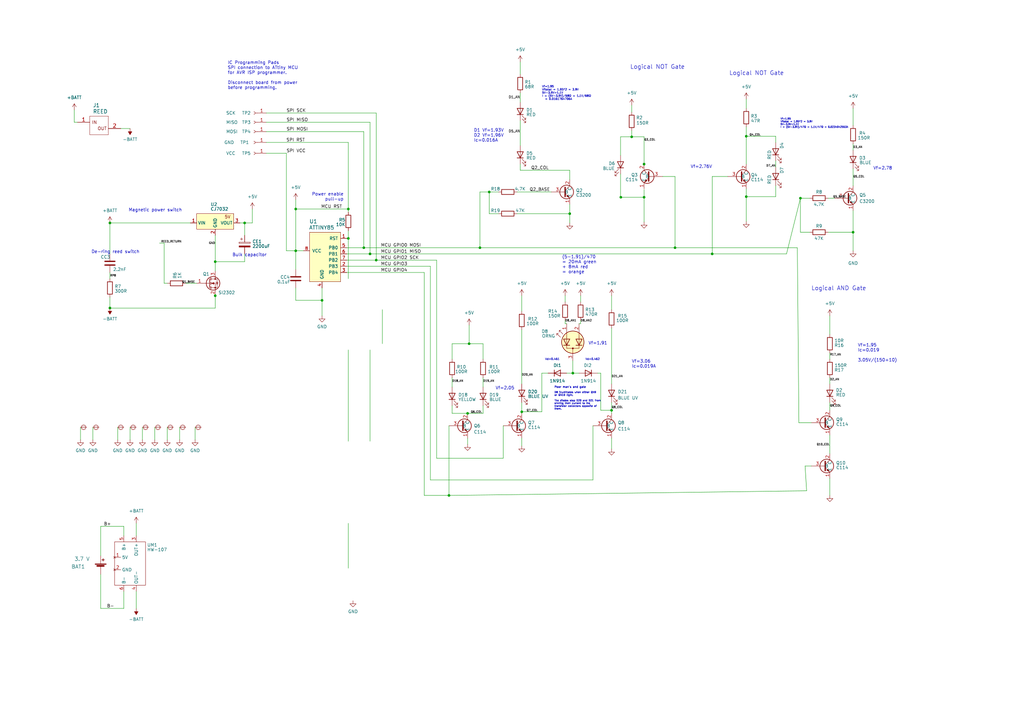
<source format=kicad_sch>
(kicad_sch (version 20211123) (generator eeschema)
  (paper "A3")
  (lib_symbols
    (symbol "CJ7032_1"
      (property "Reference" "U2" (at -7.62 5.08 0))
      (property "Value" "CJ7032" (at 2.54 -3.81 0))
      (symbol "CJ7032_1_0_0"
        (text "5V" (at 5.08 2.54 0) (effects (font (size 1.27 1.27))))
      )
      (symbol "CJ7032_1_0_1"
        (rectangle (start -7.62 3.81) (end 7.62 -2.54) (fill (type background)))
      )
      (symbol "CJ7032_1_1_1"
        (pin power_in line (at -10.16 0 0) (length 2.54) (name "VIN") (number "1"))
        (pin output line (at 0 -5.08 90) (length 2.54) (name "GND") (number "2"))
        (pin power_out line (at 10.16 0 180) (length 2.54) (name "VOUT") (number "3"))
      )
    )
    (symbol "Connector:Conn_01x01_Female" (pin_names (offset 1.016) hide)
      (property "Reference" "J" (at 0 2.54 0))
      (property "Value" "Conn_01x01_Female" (at 0 -2.54 0))
      (symbol "Conn_01x01_Female_1_1"
        (polyline (pts (xy -1.27 0) (xy -0.508 0)) (stroke (width 0.1524)))
        (arc (start 0 0.508) (mid -0.508 0) (end 0 -0.508) (stroke (width 0.1524)))
        (pin passive line (at -5.08 0 0) (length 3.81) (name "Pin_1") (number "1"))
      )
    )
    (symbol "Device:Battery_Cell" (pin_numbers hide) (pin_names (offset 0) hide)
      (property "Reference" "BT" (at 2.54 2.54 0))
      (property "Value" "Battery_Cell" (at 2.54 0 0))
      (symbol "Battery_Cell_0_1"
        (rectangle (start -2.286 1.778) (end 2.286 1.524) (fill (type outline)))
        (rectangle (start -1.5748 1.1938) (end 1.4732 0.6858) (fill (type outline)))
        (polyline (pts (xy 0 0.762) (xy 0 0)))
        (polyline (pts (xy 0 1.778) (xy 0 2.54)))
        (polyline (pts (xy 0.508 3.429) (xy 1.524 3.429)) (stroke (width 0.254)))
        (polyline (pts (xy 1.016 3.937) (xy 1.016 2.921)) (stroke (width 0.254)))
      )
      (symbol "Battery_Cell_1_1"
        (pin passive line (at 0 5.08 270) (length 2.54) (name "+") (number "1"))
        (pin passive line (at 0 -2.54 90) (length 2.54) (name "-") (number "2"))
      )
    )
    (symbol "Device:C" (pin_numbers hide) (pin_names (offset 0.254))
      (property "Reference" "C" (at 0.635 2.54 0))
      (property "Value" "C" (at 0.635 -2.54 0))
      (symbol "C_0_1"
        (polyline (pts (xy -2.032 -0.762) (xy 2.032 -0.762)) (stroke (width 0.508)))
        (polyline (pts (xy -2.032 0.762) (xy 2.032 0.762)) (stroke (width 0.508)))
      )
      (symbol "C_1_1"
        (pin passive line (at 0 3.81 270) (length 2.794) (name "~") (number "1"))
        (pin passive line (at 0 -3.81 90) (length 2.794) (name "~") (number "2"))
      )
    )
    (symbol "Device:C_Polarized" (pin_numbers hide) (pin_names (offset 0.254))
      (property "Reference" "C" (at 0.635 2.54 0))
      (property "Value" "C_Polarized" (at 0.635 -2.54 0))
      (symbol "C_Polarized_0_1"
        (rectangle (start -2.286 0.508) (end 2.286 1.016))
        (polyline (pts (xy -1.778 2.286) (xy -0.762 2.286)))
        (polyline (pts (xy -1.27 2.794) (xy -1.27 1.778)))
        (rectangle (start 2.286 -0.508) (end -2.286 -1.016) (fill (type outline)))
      )
      (symbol "C_Polarized_1_1"
        (pin passive line (at 0 3.81 270) (length 2.794) (name "~") (number "1"))
        (pin passive line (at 0 -3.81 90) (length 2.794) (name "~") (number "2"))
      )
    )
    (symbol "Device:LED" (pin_numbers hide) (pin_names (offset 1.016) hide)
      (property "Reference" "D" (at 0 2.54 0))
      (property "Value" "LED" (at 0 -2.54 0))
      (symbol "LED_0_1"
        (polyline (pts (xy -1.27 -1.27) (xy -1.27 1.27)) (stroke (width 0.254)))
        (polyline (pts (xy -1.27 0) (xy 1.27 0)))
        (polyline (pts (xy 1.27 -1.27) (xy 1.27 1.27) (xy -1.27 0) (xy 1.27 -1.27)) (stroke (width 0.254)))
        (polyline (pts (xy -3.048 -0.762) (xy -4.572 -2.286) (xy -3.81 -2.286) (xy -4.572 -2.286) (xy -4.572 -1.524)))
        (polyline (pts (xy -1.778 -0.762) (xy -3.302 -2.286) (xy -2.54 -2.286) (xy -3.302 -2.286) (xy -3.302 -1.524)))
      )
      (symbol "LED_1_1"
        (pin passive line (at -3.81 0 0) (length 2.54) (name "K") (number "1"))
        (pin passive line (at 3.81 0 180) (length 2.54) (name "A") (number "2"))
      )
    )
    (symbol "Device:LED_Dual_AAK" (pin_names (offset 0) hide)
      (property "Reference" "D" (at 0 5.715 0))
      (property "Value" "LED_Dual_AAK" (at 0 -6.35 0))
      (symbol "LED_Dual_AAK_0_1"
        (circle (center -2.54 0) (radius 0.2794) (fill (type outline)))
        (polyline (pts (xy -4.572 0) (xy -2.54 0)))
        (polyline (pts (xy -1.27 -1.27) (xy -1.27 -3.81)) (stroke (width 0.254)))
        (polyline (pts (xy -1.27 1.27) (xy -1.27 3.81)) (stroke (width 0.254)))
        (polyline (pts (xy 3.81 -2.54) (xy 1.905 -2.54)))
        (polyline (pts (xy 3.81 2.54) (xy 1.905 2.54)))
        (polyline (pts (xy 1.27 -3.81) (xy 1.27 -1.27) (xy -1.27 -2.54) (xy 1.27 -3.81)) (stroke (width 0.254)))
        (polyline (pts (xy 1.27 1.27) (xy 1.27 3.81) (xy -1.27 2.54) (xy 1.27 1.27)) (stroke (width 0.254)))
        (polyline (pts (xy 2.032 2.54) (xy -2.54 2.54) (xy -2.54 -2.54) (xy 2.032 -2.54)))
        (polyline (pts (xy 2.032 5.08) (xy 3.556 6.604) (xy 2.794 6.604) (xy 3.556 6.604) (xy 3.556 5.842)))
        (polyline (pts (xy 3.302 4.064) (xy 4.826 5.588) (xy 4.064 5.588) (xy 4.826 5.588) (xy 4.826 4.826)))
        (circle (center 0 0) (radius 4.572) (stroke (width 0.254)) (fill (type background)))
      )
      (symbol "LED_Dual_AAK_1_1"
        (pin input line (at 7.62 2.54 180) (length 3.81) (name "A1") (number "1"))
        (pin input line (at 7.62 -2.54 180) (length 3.81) (name "A2") (number "2"))
        (pin input line (at -7.62 0 0) (length 3.048) (name "K") (number "3"))
      )
    )
    (symbol "Device:R" (pin_numbers hide) (pin_names (offset 0))
      (property "Reference" "R" (at 2.032 0 90))
      (property "Value" "R" (at 0 0 90))
      (symbol "R_0_1"
        (rectangle (start -1.016 -2.54) (end 1.016 2.54) (stroke (width 0.254)))
      )
      (symbol "R_1_1"
        (pin passive line (at 0 3.81 270) (length 1.27) (name "~") (number "1"))
        (pin passive line (at 0 -3.81 90) (length 1.27) (name "~") (number "2"))
      )
    )
    (symbol "Diode:1N914" (pin_numbers hide) (pin_names (offset 1.016) hide)
      (property "Reference" "D" (at 0 2.54 0))
      (property "Value" "1N914" (at 0 -2.54 0))
      (symbol "1N914_0_1"
        (polyline (pts (xy -1.27 1.27) (xy -1.27 -1.27)) (stroke (width 0.254)))
        (polyline (pts (xy 1.27 0) (xy -1.27 0)))
        (polyline (pts (xy 1.27 1.27) (xy 1.27 -1.27) (xy -1.27 0) (xy 1.27 1.27)) (stroke (width 0.254)))
      )
      (symbol "1N914_1_1"
        (pin passive line (at -3.81 0 0) (length 2.54) (name "K") (number "1"))
        (pin passive line (at 3.81 0 180) (length 2.54) (name "A") (number "2"))
      )
    )
    (symbol "Fairybox:2SC3199"
      (property "Reference" "Q" (at -2.54 3.81 0))
      (property "Value" "2SC3199" (at 6.35 -3.81 0))
      (symbol "2SC3199_0_1"
        (polyline (pts (xy -1.27 0) (xy -0.635 0)))
        (polyline (pts (xy -0.635 0.635) (xy 1.27 2.54)))
        (polyline (pts (xy -0.635 -0.635) (xy 1.27 -2.54) (xy 1.27 -2.54)))
        (polyline (pts (xy -0.635 1.905) (xy -0.635 -1.905) (xy -0.635 -1.905)) (stroke (width 0.508)))
        (polyline (pts (xy 0 -1.778) (xy 0.508 -1.27) (xy 1.016 -2.286) (xy 0 -1.778) (xy 0 -1.778)) (fill (type outline)))
        (circle (center 0 0) (radius 2.8194) (stroke (width 0.254)))
      )
      (symbol "2SC3199_1_1"
        (pin passive line (at 1.27 -5.08 90) (length 2.54) (name "E") (number "1"))
        (pin passive line (at 1.27 5.08 270) (length 2.54) (name "C") (number "2"))
        (pin input line (at -6.35 0 0) (length 5.08) (name "B") (number "3"))
      )
    )
    (symbol "Fairybox:HW-107"
      (property "Reference" "U335" (at -7.62 10.16 0))
      (property "Value" "HW-107" (at 5.08 -10.16 0))
      (symbol "HW-107_0_1"
        (rectangle (start -6.35 8.89) (end 6.35 -8.89))
      )
      (symbol "HW-107_1_1"
        (pin no_connect line (at -6.35 2.54 0) (length 2.54) (name "5V") (number "1"))
        (pin no_connect line (at -6.35 -2.54 0) (length 2.54) (name "GND") (number "2"))
        (pin power_out line (at 2.54 11.43 270) (length 2.54) (name "OUT+") (number "3"))
        (pin power_out line (at 2.54 -11.43 90) (length 2.54) (name "OUT-") (number "4"))
        (pin power_in line (at -2.54 11.43 270) (length 2.54) (name "B+") (number "5"))
        (pin power_in line (at -2.54 -11.43 90) (length 2.54) (name "B-") (number "6"))
      )
    )
    (symbol "KF128-2P_1" (pin_names (offset 0.254) hide)
      (property "Reference" "J1" (at -10.16 5.715 0))
      (property "Value" "REED" (at -6.35 5.715 0))
      (symbol "KF128-2P_1_0_0"
        (text "IN" (at -1.905 1.905 0) (effects (font (size 1.27 1.27))))
        (text "OUT" (at 1.27 -0.635 0) (effects (font (size 1.27 1.27))))
      )
      (symbol "KF128-2P_1_1_1"
        (polyline (pts (xy -3.81 -3.175) (xy 3.81 -3.175)) (stroke (width 0.127)))
        (polyline (pts (xy -3.81 4.445) (xy -3.81 -3.175)) (stroke (width 0.127)))
        (polyline (pts (xy 3.81 -3.175) (xy 3.81 4.445)) (stroke (width 0.127)))
        (polyline (pts (xy 3.81 4.445) (xy -3.81 4.445)) (stroke (width 0.127)))
        (pin bidirectional line (at -8.89 1.905 0) (length 5.08) (name "1") (number "1"))
        (pin bidirectional line (at 8.89 -0.635 180) (length 5.08) (name "2") (number "2"))
      )
    )
    (symbol "Transistor_FET:TSM2302CX" (pin_names hide)
      (property "Reference" "Q" (at 5.08 1.905 0))
      (property "Value" "TSM2302CX" (at 5.08 0 0))
      (symbol "TSM2302CX_0_1"
        (polyline (pts (xy 0.254 0) (xy -2.54 0)))
        (polyline (pts (xy 0.254 1.905) (xy 0.254 -1.905)) (stroke (width 0.254)))
        (polyline (pts (xy 0.762 -1.27) (xy 0.762 -2.286)) (stroke (width 0.254)))
        (polyline (pts (xy 0.762 0.508) (xy 0.762 -0.508)) (stroke (width 0.254)))
        (polyline (pts (xy 0.762 2.286) (xy 0.762 1.27)) (stroke (width 0.254)))
        (polyline (pts (xy 2.54 2.54) (xy 2.54 1.778)))
        (polyline (pts (xy 2.54 -2.54) (xy 2.54 0) (xy 0.762 0)))
        (polyline (pts (xy 0.762 -1.778) (xy 3.302 -1.778) (xy 3.302 1.778) (xy 0.762 1.778)))
        (polyline (pts (xy 1.016 0) (xy 2.032 0.381) (xy 2.032 -0.381) (xy 1.016 0)) (fill (type outline)))
        (polyline (pts (xy 2.794 0.508) (xy 2.921 0.381) (xy 3.683 0.381) (xy 3.81 0.254)))
        (polyline (pts (xy 3.302 0.381) (xy 2.921 -0.254) (xy 3.683 -0.254) (xy 3.302 0.381)))
        (circle (center 1.651 0) (radius 2.794) (stroke (width 0.254)))
        (circle (center 2.54 -1.778) (radius 0.254) (fill (type outline)))
        (circle (center 2.54 1.778) (radius 0.254) (fill (type outline)))
      )
      (symbol "TSM2302CX_1_1"
        (pin input line (at -5.08 0 0) (length 2.54) (name "G") (number "1"))
        (pin passive line (at 2.54 -5.08 90) (length 2.54) (name "S") (number "2"))
        (pin passive line (at 2.54 5.08 270) (length 2.54) (name "D") (number "3"))
      )
    )
    (symbol "dk_Embedded-Microcontrollers:ATTINY85-20SU" (pin_names (offset 1.016))
      (property "Reference" "U1" (at 5.08 6.35 0))
      (property "Value" "ATTINY85" (at 1.27 6.35 0))
      (symbol "ATTINY85-20SU_0_1"
        (rectangle (start -5.08 5.08) (end 7.62 -15.24) (fill (type background)))
      )
      (symbol "ATTINY85-20SU_1_1"
        (pin bidirectional line (at -7.62 2.54 0) (length 2.54) (name "RST") (number "1"))
        (pin bidirectional line (at -7.62 -8.89 0) (length 2.54) (name "PB3") (number "2"))
        (pin bidirectional line (at -7.62 -11.43 0) (length 2.54) (name "PB4") (number "3"))
        (pin power_in line (at 2.54 -17.78 90) (length 2.54) (name "GND") (number "4"))
        (pin bidirectional line (at -7.62 -1.27 0) (length 2.54) (name "PB0") (number "5"))
        (pin bidirectional line (at -7.62 -3.81 0) (length 2.54) (name "PB1") (number "6"))
        (pin bidirectional line (at -7.62 -6.35 0) (length 2.54) (name "PB2") (number "7"))
        (pin power_in line (at 10.16 -2.54 180) (length 2.54) (name "VCC") (number "8"))
      )
    )
    (symbol "power:+5V" (power) (pin_names (offset 0))
      (property "Value" "+5V" (at 0 3.556 0))
      (symbol "+5V_0_1"
        (polyline (pts (xy -0.762 1.27) (xy 0 2.54)))
        (polyline (pts (xy 0 0) (xy 0 2.54)))
        (polyline (pts (xy 0 2.54) (xy 0.762 1.27)))
      )
      (symbol "+5V_1_1"
        (pin power_in line (at 0 0 90) (length 0) hide (name "+5V") (number "1"))
      )
    )
    (symbol "power:+BATT" (power) (pin_names (offset 0))
      (property "Value" "+BATT" (at 0 3.556 0))
      (symbol "+BATT_0_1"
        (polyline (pts (xy -0.762 1.27) (xy 0 2.54)))
        (polyline (pts (xy 0 0) (xy 0 2.54)))
        (polyline (pts (xy 0 2.54) (xy 0.762 1.27)))
      )
      (symbol "+BATT_1_1"
        (pin power_in line (at 0 0 90) (length 0) hide (name "+BATT") (number "1"))
      )
    )
    (symbol "power:-BATT" (power) (pin_names (offset 0))
      (property "Value" "-BATT" (at 0 3.556 0))
      (symbol "-BATT_0_1"
        (polyline (pts (xy 0 0) (xy 0 2.54)))
        (polyline (pts (xy 0.762 1.27) (xy -0.762 1.27) (xy 0 2.54) (xy 0.762 1.27)) (fill (type outline)))
      )
      (symbol "-BATT_1_1"
        (pin power_in line (at 0 0 90) (length 0) hide (name "-BATT") (number "1"))
      )
    )
    (symbol "power:GND" (power) (pin_names (offset 0))
      (property "Value" "GND" (at 0 -3.81 0))
      (symbol "GND_0_1"
        (polyline (pts (xy 0 0) (xy 0 -1.27) (xy 1.27 -1.27) (xy 0 -2.54) (xy -1.27 -1.27) (xy 0 -1.27)))
      )
      (symbol "GND_1_1"
        (pin power_in line (at 0 0 270) (length 0) hide (name "GND") (number "1"))
      )
    )
    (symbol "ultra_library:ViaGND" (pin_numbers hide) (pin_names (offset 0) hide)
      (property "Reference" "JP" (at -1.27 2.032 0))
      (property "Value" "ViaGND" (at 0 -2.286 0))
      (symbol "ViaGND_0_1"
        (circle (center 0 0) (radius 0.762) (stroke (width 0.1)))
        (circle (center 0 0) (radius 1.016) (stroke (width 0.1)))
      )
      (symbol "ViaGND_1_1"
        (pin input line (at -1.27 0 0) (length 2.54) (name "GND") (number "1"))
      )
    )
  )
  (junction (at 264.16 67.31))
  (junction (at 233.68 87.63))
  (junction (at 213.995 168.91))
  (junction (at 154.305 106.68))
  (junction (at 151.765 104.14))
  (junction (at 306.07 80.645))
  (junction (at 121.285 102.87))
  (junction (at 191.77 169.545))
  (junction (at 121.285 85.725))
  (junction (at 45.085 126.3325))
  (junction (at 292.1 104.14))
  (junction (at 264.16 80.899))
  (junction (at 259.08 56.134))
  (junction (at 142.875 85.725))
  (junction (at 192.405 140.97))
  (junction (at 196.85 101.6))
  (junction (at 132.08 123.19))
  (junction (at 88.265 107.315))
  (junction (at 88.265 121.285))
  (junction (at 328.295 81.28))
  (junction (at 250.825 168.275))
  (junction (at 234.95 153.035))
  (junction (at 254.635 80.899))
  (junction (at 306.07 55.88))
  (junction (at 45.085 91.44))
  (junction (at 200.66 78.74))
  (junction (at 184.15 203.2))
  (junction (at 349.885 95.25))
  (junction (at 149.225 101.6))
  (junction (at 100.33 91.44))
  (junction (at 142.875 97.79))
  (junction (at 276.86 101.6))
  (wire (pts (xy 200.66 87.63) (xy 204.47 87.63)))
  (wire (pts (xy 191.77 179.705) (xy 191.77 182.245)))
  (wire (pts (xy 198.12 140.97) (xy 198.12 147.32)))
  (wire (pts (xy 45.085 126.3325) (xy 45.085 126.365)))
  (wire (pts (xy 142.24 109.22) (xy 176.53 109.22)))
  (wire (pts (xy 30.48 50.165) (xy 31.75 50.165)))
  (wire (pts (xy 121.285 81.915) (xy 121.285 85.725)))
  (wire (pts (xy 264.16 67.31) (xy 264.16 67.564)))
  (wire (pts (xy 292.1 72.39) (xy 292.1 104.14)))
  (wire (pts (xy 206.375 187.96) (xy 206.375 174.625)))
  (wire (pts (xy 318.135 55.88) (xy 318.135 58.42)))
  (wire (pts (xy 231.775 131.445) (xy 231.775 132.715)))
  (wire (pts (xy 121.285 123.19) (xy 132.08 123.19)))
  (wire (pts (xy 67.31 99.695) (xy 67.31 116.205)))
  (wire (pts (xy 45.085 126.365) (xy 88.265 126.365)))
  (wire (pts (xy 233.68 69.85) (xy 213.36 69.85)))
  (wire (pts (xy 48.26 175.26) (xy 48.26 180.34)))
  (wire (pts (xy 154.305 106.68) (xy 179.07 106.68)))
  (wire (pts (xy 264.16 80.899) (xy 264.16 91.059)))
  (wire (pts (xy 68.58 175.26) (xy 68.58 180.34)))
  (wire (pts (xy 30.48 45.085) (xy 30.48 50.165)))
  (wire (pts (xy 322.58 104.14) (xy 292.1 104.14)))
  (wire (pts (xy 340.36 178.435) (xy 340.36 186.055)))
  (wire (pts (xy 213.36 25.4) (xy 213.36 30.48)))
  (wire (pts (xy 254.508 80.899) (xy 254.635 80.899)))
  (wire (pts (xy 109.22 62.865) (xy 117.475 62.865)))
  (wire (pts (xy 306.07 40.64) (xy 306.07 44.45)))
  (wire (pts (xy 192.405 133.35) (xy 192.405 140.97)))
  (wire (pts (xy 121.285 102.87) (xy 124.46 102.87)))
  (wire (pts (xy 100.33 91.44) (xy 103.505 91.44)))
  (wire (pts (xy 213.995 168.91) (xy 213.995 169.545)))
  (wire (pts (xy 121.285 85.725) (xy 142.875 85.725)))
  (wire (pts (xy 237.49 132.715) (xy 238.125 132.715)))
  (wire (pts (xy 318.135 76.2) (xy 318.135 80.645)))
  (wire (pts (xy 38.1 175.26) (xy 38.1 180.34)))
  (wire (pts (xy 250.825 168.275) (xy 250.825 165.1)))
  (wire (pts (xy 246.38 153.035) (xy 246.38 168.275)))
  (wire (pts (xy 41.275 249.555) (xy 41.275 235.585)))
  (wire (pts (xy 332.105 81.28) (xy 328.295 81.28)))
  (wire (pts (xy 67.31 116.205) (xy 68.58 116.205)))
  (wire (pts (xy 246.38 168.275) (xy 250.825 168.275)))
  (wire (pts (xy 45.085 91.44) (xy 78.105 91.44)))
  (wire (pts (xy 142.24 97.79) (xy 142.875 97.79)))
  (wire (pts (xy 340.36 129.54) (xy 340.36 137.16)))
  (wire (pts (xy 259.08 56.134) (xy 254.508 56.134)))
  (wire (pts (xy 100.33 91.44) (xy 100.33 96.52)))
  (wire (pts (xy 98.425 91.44) (xy 100.33 91.44)))
  (wire (pts (xy 234.95 153.035) (xy 237.49 153.035)))
  (wire (pts (xy 349.885 69.215) (xy 349.885 76.2)))
  (wire (pts (xy 222.25 153.035) (xy 222.25 168.91)))
  (wire (pts (xy 149.225 101.6) (xy 196.85 101.6)))
  (wire (pts (xy 222.25 168.91) (xy 213.995 168.91)))
  (wire (pts (xy 173.99 203.2) (xy 184.15 203.2)))
  (wire (pts (xy 151.765 50.165) (xy 151.765 104.14)))
  (wire (pts (xy 65.405 99.695) (xy 67.31 99.695)))
  (wire (pts (xy 117.475 62.865) (xy 117.475 102.87)))
  (wire (pts (xy 254.508 56.134) (xy 254.508 63.754)))
  (wire (pts (xy 330.2 191.135) (xy 330.835 201.295)))
  (wire (pts (xy 45.085 111.76) (xy 45.085 114.3)))
  (wire (pts (xy 73.66 175.26) (xy 73.66 180.34)))
  (wire (pts (xy 103.505 85.725) (xy 103.505 91.44)))
  (wire (pts (xy 264.16 56.134) (xy 264.16 67.31)))
  (wire (pts (xy 50.8 242.57) (xy 50.8 249.555)))
  (wire (pts (xy 306.07 80.645) (xy 318.135 80.645)))
  (wire (pts (xy 349.885 59.055) (xy 349.885 61.595)))
  (wire (pts (xy 213.995 179.705) (xy 213.995 182.88)))
  (wire (pts (xy 328.295 95.25) (xy 332.105 95.25)))
  (wire (pts (xy 142.875 180.975) (xy 142.875 143.51)))
  (wire (pts (xy 58.42 175.26) (xy 58.42 180.34)))
  (wire (pts (xy 245.11 153.035) (xy 246.38 153.035)))
  (wire (pts (xy 142.875 58.42) (xy 142.875 85.725)))
  (wire (pts (xy 156.845 127) (xy 156.845 140.97)))
  (wire (pts (xy 340.36 196.215) (xy 340.36 203.2)))
  (wire (pts (xy 254.508 71.374) (xy 254.508 80.899)))
  (wire (pts (xy 206.375 187.96) (xy 179.07 187.96)))
  (wire (pts (xy 339.725 81.28) (xy 342.265 81.28)))
  (wire (pts (xy 154.305 46.355) (xy 154.305 106.68)))
  (wire (pts (xy 322.58 104.14) (xy 328.295 81.28)))
  (wire (pts (xy 53.34 52.705) (xy 49.53 52.705)))
  (wire (pts (xy 259.08 43.18) (xy 259.08 45.974)))
  (wire (pts (xy 109.22 46.355) (xy 154.305 46.355)))
  (wire (pts (xy 276.86 72.39) (xy 276.86 101.6)))
  (wire (pts (xy 185.42 166.37) (xy 185.42 169.545)))
  (wire (pts (xy 196.85 101.6) (xy 276.86 101.6)))
  (wire (pts (xy 250.825 121.285) (xy 250.825 127)))
  (wire (pts (xy 234.95 147.955) (xy 234.95 153.035)))
  (wire (pts (xy 306.07 77.47) (xy 306.07 80.645)))
  (wire (pts (xy 185.42 169.545) (xy 191.77 169.545)))
  (wire (pts (xy 340.36 165.1) (xy 340.36 168.275)))
  (wire (pts (xy 332.74 191.135) (xy 330.2 191.135)))
  (wire (pts (xy 88.265 121.285) (xy 88.265 126.365)))
  (wire (pts (xy 33.02 175.26) (xy 33.02 180.34)))
  (wire (pts (xy 213.995 135.255) (xy 213.995 157.48)))
  (wire (pts (xy 233.68 69.85) (xy 233.68 73.66)))
  (wire (pts (xy 151.765 143.51) (xy 151.765 180.975)))
  (wire (pts (xy 50.8 215.9) (xy 41.275 215.9)))
  (wire (pts (xy 264.16 77.724) (xy 264.16 80.899)))
  (wire (pts (xy 232.41 132.715) (xy 231.775 132.715)))
  (wire (pts (xy 250.825 169.545) (xy 250.825 168.275)))
  (wire (pts (xy 306.07 55.88) (xy 318.135 55.88)))
  (wire (pts (xy 109.22 50.165) (xy 151.765 50.165)))
  (wire (pts (xy 213.995 121.285) (xy 213.995 127.635)))
  (wire (pts (xy 198.12 166.37) (xy 198.12 169.545)))
  (wire (pts (xy 88.265 107.315) (xy 100.33 107.315)))
  (wire (pts (xy 232.41 153.035) (xy 234.95 153.035)))
  (wire (pts (xy 191.77 169.545) (xy 198.12 169.545)))
  (wire (pts (xy 340.36 144.78) (xy 340.36 147.32)))
  (wire (pts (xy 55.88 219.71) (xy 55.88 214.63)))
  (wire (pts (xy 318.135 66.04) (xy 318.135 68.58)))
  (wire (pts (xy 238.125 131.445) (xy 238.125 132.715)))
  (wire (pts (xy 243.205 174.625) (xy 243.205 196.85)))
  (wire (pts (xy 306.07 55.88) (xy 306.07 67.31)))
  (wire (pts (xy 233.68 83.82) (xy 233.68 87.63)))
  (wire (pts (xy 292.1 72.39) (xy 298.45 72.39)))
  (wire (pts (xy 151.765 104.14) (xy 292.1 104.14)))
  (wire (pts (xy 88.265 120.65) (xy 88.265 121.285)))
  (wire (pts (xy 121.285 85.725) (xy 121.285 102.87)))
  (wire (pts (xy 264.16 56.134) (xy 259.08 56.134)))
  (wire (pts (xy 276.86 101.6) (xy 327.025 101.6)))
  (wire (pts (xy 276.86 72.39) (xy 271.78 72.39)))
  (wire (pts (xy 142.24 106.68) (xy 154.305 106.68)))
  (wire (pts (xy 173.99 111.76) (xy 173.99 203.2)))
  (wire (pts (xy 349.885 86.36) (xy 349.885 95.25)))
  (wire (pts (xy 80.01 175.26) (xy 80.01 180.34)))
  (wire (pts (xy 327.025 101.6) (xy 327.66 173.355)))
  (wire (pts (xy 88.265 96.52) (xy 88.265 107.315)))
  (wire (pts (xy 238.125 121.285) (xy 238.125 123.825)))
  (wire (pts (xy 349.885 95.25) (xy 349.885 102.87)))
  (wire (pts (xy 179.07 106.68) (xy 179.07 187.96)))
  (wire (pts (xy 142.24 104.14) (xy 151.765 104.14)))
  (wire (pts (xy 149.225 53.975) (xy 149.225 101.6)))
  (wire (pts (xy 45.085 91.44) (xy 45.085 104.14)))
  (wire (pts (xy 142.875 85.725) (xy 142.875 86.995)))
  (wire (pts (xy 198.12 154.94) (xy 198.12 158.75)))
  (wire (pts (xy 212.09 87.63) (xy 233.68 87.63)))
  (wire (pts (xy 349.885 44.45) (xy 349.885 51.435)))
  (wire (pts (xy 306.07 80.645) (xy 306.07 90.805)))
  (wire (pts (xy 109.22 53.975) (xy 149.225 53.975)))
  (wire (pts (xy 213.995 165.1) (xy 213.995 168.91)))
  (wire (pts (xy 117.475 102.87) (xy 121.285 102.87)))
  (wire (pts (xy 259.08 53.594) (xy 259.08 56.134)))
  (wire (pts (xy 142.875 94.615) (xy 142.875 97.79)))
  (wire (pts (xy 142.875 214.63) (xy 142.875 233.045)))
  (wire (pts (xy 184.15 203.2) (xy 330.835 201.295)))
  (wire (pts (xy 109.22 58.42) (xy 142.875 58.42)))
  (wire (pts (xy 340.36 154.94) (xy 340.36 157.48)))
  (wire (pts (xy 142.24 111.76) (xy 173.99 111.76)))
  (wire (pts (xy 88.265 107.315) (xy 88.265 111.125)))
  (wire (pts (xy 132.08 118.11) (xy 132.08 123.19)))
  (wire (pts (xy 176.53 196.85) (xy 243.205 196.85)))
  (wire (pts (xy 100.33 104.14) (xy 100.33 107.315)))
  (wire (pts (xy 327.66 173.355) (xy 332.74 173.355)))
  (wire (pts (xy 200.66 78.74) (xy 204.47 78.74)))
  (wire (pts (xy 55.88 242.57) (xy 55.88 249.555)))
  (wire (pts (xy 198.12 140.97) (xy 192.405 140.97)))
  (wire (pts (xy 63.5 175.26) (xy 63.5 180.34)))
  (wire (pts (xy 176.53 109.22) (xy 176.53 196.85)))
  (wire (pts (xy 142.24 101.6) (xy 149.225 101.6)))
  (wire (pts (xy 192.405 140.97) (xy 185.42 140.97)))
  (wire (pts (xy 185.42 140.97) (xy 185.42 147.32)))
  (wire (pts (xy 231.775 121.285) (xy 231.775 123.825)))
  (wire (pts (xy 200.66 78.74) (xy 200.66 87.63)))
  (wire (pts (xy 233.68 87.63) (xy 233.68 91.44)))
  (wire (pts (xy 254.635 80.899) (xy 264.16 80.899)))
  (wire (pts (xy 213.36 38.1) (xy 213.36 41.91)))
  (wire (pts (xy 328.295 81.28) (xy 328.295 95.25)))
  (wire (pts (xy 121.285 118.11) (xy 121.285 123.19)))
  (wire (pts (xy 213.36 49.53) (xy 213.36 59.69)))
  (wire (pts (xy 142.875 97.79) (xy 142.875 114.3)))
  (wire (pts (xy 339.725 95.25) (xy 349.885 95.25)))
  (wire (pts (xy 213.36 67.31) (xy 213.36 69.85)))
  (wire (pts (xy 53.34 175.26) (xy 53.34 180.34)))
  (wire (pts (xy 185.42 154.94) (xy 185.42 158.75)))
  (wire (pts (xy 121.285 102.87) (xy 121.285 110.49)))
  (wire (pts (xy 50.8 249.555) (xy 41.275 249.555)))
  (wire (pts (xy 250.825 134.62) (xy 250.825 157.48)))
  (wire (pts (xy 132.08 123.19) (xy 132.08 129.54)))
  (wire (pts (xy 50.8 219.71) (xy 50.8 215.9)))
  (wire (pts (xy 196.85 78.74) (xy 196.85 101.6)))
  (wire (pts (xy 45.085 121.92) (xy 45.085 126.3325)))
  (wire (pts (xy 306.07 52.07) (xy 306.07 55.88)))
  (wire (pts (xy 250.825 179.705) (xy 250.825 184.15)))
  (wire (pts (xy 76.2 116.205) (xy 80.645 116.205)))
  (wire (pts (xy 41.275 215.9) (xy 41.275 227.965)))
  (wire (pts (xy 184.15 174.625) (xy 184.15 203.2)))
  (wire (pts (xy 224.79 153.035) (xy 222.25 153.035)))
  (wire (pts (xy 196.85 78.74) (xy 200.66 78.74)))
  (wire (pts (xy 212.09 78.74) (xy 226.06 78.74)))
  (text "Vf=3.06\nIc=0.019A" (at 259.08 151.13 0) (effects (font (size 1.27 1.27)) (justify left bottom)))
  (text "Vf=1.95\nIc=0.019\n\n3.05V/(150+10)" (at 351.79 148.59 0) (effects (font (size 1.27 1.27)) (justify left bottom)))
  (text "De-ring reed switch" (at 37.465 104.14 0) (effects (font (size 1.27 1.27)) (justify left bottom)))
  (text "Vf=1.91" (at 241.3 141.605 0) (effects (font (size 1.27 1.27)) (justify left bottom)))
  (text "Vf=2.78" (at 358.14 69.85 0) (effects (font (size 1.27 1.27)) (justify left bottom)))
  (text "Vf=2.05" (at 203.2 160.02 0) (effects (font (size 1.27 1.27)) (justify left bottom)))
  (text "Poor man's and gate" (at 227.33 159.385 0) (effects (font (size 0.8 0.8) (thickness 0.16) bold) (justify left bottom)))
  (text "Vd=0.462" (at 240.03 147.955 0) (effects (font (size 0.8 0.8)) (justify left bottom)))
  (text "Vd=0.461" (at 223.52 147.955 0) (effects (font (size 0.8 0.8)) (justify left bottom)))
  (text "Logical NOT Gate\n" (at 299.085 31.115 0) (effects (font (size 1.7 1.7)) (justify left bottom)))
  (text "D8 illuminates when either QN9\nor QN10 light.\n\nThe diodes stop D20 and D21 from\nsinking their current to the\ntransistor collectors opposite of\nthem." (at 227.33 168.275 0) (effects (font (size 0.7 0.7)) (justify left bottom)))
  (text "IC Programming Pads\nSPI connection to ATtiny MCU\nfor AVR ISP programmer.\n\nDisconnect board from power \nbefore programming." (at 93.345 36.83 0) (effects (font (size 1.27 1.27)) (justify left bottom)))
  (text "Logical NOT Gate\n" (at 258.445 28.575 0) (effects (font (size 1.7 1.7)) (justify left bottom)))
  (text "Power enable\npull-up" (at 140.97 82.55 180) (effects (font (size 1.27 1.27)) (justify right bottom)))
  (text "Vf=1.95\nVftotal = 1.95*2 = 3.9V\n5V-3.9V=1.1V\nI = (5V-3.9V)/68Ω = 1.1V/68Ω \n  = 0.0161764706A" (at 222.25 41.275 0) (effects (font (size 0.8 0.8)) (justify left bottom)))
  (text "Logical AND Gate\n" (at 332.74 119.38 0) (effects (font (size 1.7 1.7)) (justify left bottom)))
  (text "Vf=2.76V" (at 283.21 69.215 0) (effects (font (size 1.27 1.27)) (justify left bottom)))
  (text "Bulk capacitor" (at 95.25 105.41 0) (effects (font (size 1.27 1.27)) (justify left bottom)))
  (text "(5-1.91)/470 \n= 20mA green\n+ 8mA red \n= orange" (at 230.505 112.395 0) (effects (font (size 1.27 1.27)) (justify left bottom)))
  (text "Vf=1.95\nVftotal = 1.95*2 = 3.9V\n5V-3.9V=1.1V\nI = (5V-3.9V)/47Ω = 1.1V/47Ω = 0.0234042553A" (at 320.04 52.705 0) (effects (font (size 0.7 0.7)) (justify left bottom)))
  (text "D1 Vf=1.93V\nD2 Vf=1.96V\nIc=0.016A" (at 194.31 58.42 0) (effects (font (size 1.27 1.27)) (justify left bottom)))
  (text "Magnetic power switch" (at 52.705 86.995 0) (effects (font (size 1.27 1.27)) (justify left bottom)))
  (label "RP8" (at 45.085 113.665 0) (effects (font (size 0.8 0.8))))
  (label "Q5_COL" (at 349.885 73.025 0) (effects (font (size 0.8 0.8))))
  (label "Q7_COL" (at 215.9 168.91 0) (effects (font (size 0.8 0.8))))
  (label "Q2_COL" (at 217.805 69.85 0))
  (label "SPI RST" (at 125.095 58.42 180))
  (label "GND" (at 88.265 100.33 180) (effects (font (size 0.8 0.8))))
  (label "REED_RETURN" (at 66.04 99.695 0) (effects (font (size 0.8 0.8))))
  (label "SPI VCC" (at 117.475 62.865 0))
  (label "MCU RST" (at 140.335 85.725 180))
  (label "B+" (at 42.545 215.9 0))
  (label "D21_AN" (at 250.825 154.94 0) (effects (font (size 0.8 0.8))))
  (label "Q6_COL" (at 193.04 169.545 0) (effects (font (size 0.8 0.8))))
  (label "Q4_COL" (at 307.34 55.88 0) (effects (font (size 0.8 0.8))))
  (label "SPI MISO" (at 117.475 50.165 0))
  (label "MCU GPIO1 MISO" (at 156.21 104.14 0))
  (label "D1_AN" (at 213.36 40.64 180) (effects (font (size 1 1))))
  (label "D7_AN" (at 318.135 68.58 180) (effects (font (size 0.8 0.8))))
  (label "Q3_COL" (at 264.16 57.912 0) (effects (font (size 0.8 0.8))))
  (label "Q1_BASE" (at 80.01 116.205 180) (effects (font (size 0.8 0.8))))
  (label "MCU GPIO2 SCK" (at 156.21 106.68 0))
  (label "B-" (at 43.815 249.555 0))
  (label "D18_AN" (at 185.42 156.845 0) (effects (font (size 0.8 0.8))))
  (label "D2_AN" (at 340.36 156.21 0) (effects (font (size 0.8 0.8))))
  (label "D5_AN" (at 213.36 54.61 180) (effects (font (size 1 1))))
  (label "D8_AN2" (at 238.125 132.08 0) (effects (font (size 0.8 0.8))))
  (label "Q8_COL" (at 250.825 167.64 0) (effects (font (size 0.8 0.8))))
  (label "D19_AN" (at 198.12 156.845 0) (effects (font (size 0.8 0.8))))
  (label "Q10_COL" (at 340.36 182.88 180) (effects (font (size 0.8 0.8))))
  (label "MCU GPIO0 MOSI" (at 156.21 101.6 0))
  (label "Q9_COL" (at 340.36 167.005 0) (effects (font (size 0.8 0.8))))
  (label "SPI SCK" (at 117.475 46.355 0))
  (label "D3_AN" (at 349.885 60.96 0) (effects (font (size 0.8 0.8))))
  (label "MCU GPIO4" (at 156.21 111.76 0))
  (label "SPI MOSI" (at 117.475 53.975 0))
  (label "R17_AN" (at 340.36 146.05 0) (effects (font (size 0.8 0.8))))
  (label "D20_AN" (at 213.995 154.305 0) (effects (font (size 0.8 0.8))))
  (label "D8_AN1" (at 231.775 132.08 0) (effects (font (size 0.8 0.8))))
  (label "Q5_BASE" (at 341.63 81.28 0) (effects (font (size 0.8 0.8))))
  (label "Q2_BASE" (at 217.17 78.74 0))
  (label "MCU GPIO3" (at 156.21 109.22 0))
  (symbol (lib_id "ultra_library:ViaGND") (at 69.85 175.26 0) (unit 1)
    (property "Reference" "JP7" (effects hide))
    (property "Value" "ViaGND" (effects hide))
    (property "Footprint" "UltraLibrary:Via-GND" (effects hide))
  )
  (symbol (lib_id "power:GND") (at 213.995 182.88 0) (unit 1)
    (property "Reference" "#PWR024" (effects hide))
    (property "Value" "GND" (effects hide))
  )
  (symbol (lib_id "power:GND") (at 33.02 180.34 0) (unit 1)
    (property "Reference" "#PWR015" (effects hide))
    (property "Value" "GND" (at 33.02 184.785 0))
  )
  (symbol (lib_name "CJ7032_1") (lib_id "Fairybox:CJ7032") (at 88.265 91.44 0) (unit 1)
    (property "Reference" "U2" (at 86.36 83.82 0) (effects (justify left)))
    (property "Value" "CJ7032" (at 86.36 85.725 0) (effects (justify left)))
    (property "Footprint" "UltraLibrary:3p-P2.54mm-big-pad-wire-holes" (effects hide))
  )
  (symbol (lib_id "Device:R") (at 340.36 140.97 0) (mirror y) (unit 1)
    (property "Reference" "R16" (at 344.17 141.605 0))
    (property "Value" "10R" (at 344.17 139.7 0))
    (property "Footprint" "Resistor_THT:R_Axial_DIN0204_L3.6mm_D1.6mm_P5.08mm_Horizontal" (effects hide))
  )
  (symbol (lib_id "Connector:Conn_01x01_Female") (at 104.14 62.865 0) (mirror y) (unit 1)
    (property "Reference" "TP5" (at 102.87 62.865 0) (effects (justify left)))
    (property "Value" "VCC" (at 92.71 62.865 0) (effects (justify right)))
    (property "Footprint" "Connector_Pin:Pin_D1.0mm_L10.0mm" (effects hide))
  )
  (symbol (lib_id "Device:Battery_Cell") (at 41.275 233.045 0) (unit 1)
    (property "Reference" "BAT1" (at 29.21 232.41 0) (effects (font (size 1.524 1.524)) (justify left)))
    (property "Value" "3.7 V" (at 30.48 229.235 0) (effects (font (size 1.524 1.524)) (justify left)))
    (property "Footprint" "Battery:18650 battery sled 1x" (effects hide))
    (property "Digi-Key_PN" "BS-7-ND" (effects hide))
    (property "MPN" "BS-7" (effects hide))
    (property "Category" "Battery Products" (effects hide))
    (property "Family" "Battery Holders, Clips, Contacts" (effects hide))
    (property "DK_Datasheet_Link" "http://www.memoryprotectiondevices.com/datasheets/BS-7-datasheet.pdf" (effects hide))
    (property "DK_Detail_Page" "/product-detail/en/mpd-memory-protection-devices/BS-7/BS-7-ND/389447" (effects hide))
    (property "Description" "BATTERY HOLDER COIN 20MM PC PIN" (effects hide))
    (property "Manufacturer" "MPD (Memory Protection Devices)" (effects hide))
    (property "Status" "Active" (effects hide))
  )
  (symbol (lib_id "Device:R") (at 213.36 34.29 0) (mirror y) (unit 1)
    (property "Reference" "R1" (at 216.535 33.655 0))
    (property "Value" "68R" (at 217.17 35.56 0))
    (property "Footprint" "Resistor_THT:R_Axial_DIN0204_L3.6mm_D1.6mm_P5.08mm_Horizontal" (effects hide))
  )
  (symbol (lib_id "power:+BATT") (at 30.48 45.085 0) (unit 1)
    (property "Reference" "#PWR0110" (effects hide))
    (property "Value" "+BATT" (at 30.48 40.005 0))
  )
  (symbol (lib_id "ultra_library:ViaGND") (at 74.93 175.26 0) (unit 1)
    (property "Reference" "JP8" (effects hide))
    (property "Value" "ViaGND" (effects hide))
    (property "Footprint" "UltraLibrary:Via-GND" (effects hide))
  )
  (symbol (lib_id "Device:LED") (at 318.135 62.23 90) (unit 1)
    (property "Reference" "D4" (at 320.675 59.69 0))
    (property "Value" "RED" (at 315.595 63.5 0))
    (property "Footprint" "UltraLibrary:LED_D3.0mm-DRC-larger-silk-footprint" (effects hide))
  )
  (symbol (lib_id "power:GND") (at 132.08 129.54 0) (unit 1)
    (property "Reference" "#PWR013" (effects hide))
    (property "Value" "GND" (at 132.08 133.985 0))
  )
  (symbol (lib_id "Device:R") (at 349.885 55.245 0) (mirror y) (unit 1)
    (property "Reference" "R4" (at 353.695 54.61 0))
    (property "Value" "150R" (at 354.33 56.515 0))
    (property "Footprint" "Resistor_THT:R_Axial_DIN0204_L3.6mm_D1.6mm_P5.08mm_Horizontal" (effects hide))
  )
  (symbol (lib_id "Diode:1N914") (at 241.3 153.035 180) (unit 1)
    (property "Reference" "DI2" (at 239.395 149.86 0) (effects (justify right)))
    (property "Value" "1N914" (at 238.125 156.21 0) (effects (justify right)))
    (property "Footprint" "Diode_THT:D_DO-35_SOD27_P7.62mm_Horizontal" (effects hide))
    (property "Datasheet" "http://www.vishay.com/docs/85622/1n914.pdf" (effects hide))
  )
  (symbol (lib_id "power:-BATT") (at 55.88 249.555 180) (unit 1)
    (property "Reference" "#PWR0114" (effects hide))
    (property "Value" "-BATT" (at 55.88 254 0))
  )
  (symbol (lib_id "Device:R") (at 335.915 95.25 90) (mirror x) (unit 1)
    (property "Reference" "R9" (at 335.915 92.71 90))
    (property "Value" "47K" (at 335.915 97.79 90))
    (property "Footprint" "Resistor_THT:R_Axial_DIN0204_L3.6mm_D1.6mm_P5.08mm_Horizontal" (effects hide))
  )
  (symbol (lib_id "Fairybox:2SC3199") (at 265.43 72.39 0) (mirror y) (unit 1)
    (property "Reference" "Q3" (at 261.62 71.755 0) (effects (justify left)))
    (property "Value" "C114" (at 261.62 73.66 0) (effects (justify left)))
    (property "Footprint" "Package_TO_SOT_THT:TO-92L_Inline_Wide" (effects hide))
  )
  (symbol (lib_id "Transistor_FET:TSM2302CX") (at 85.725 116.205 0) (unit 1)
    (property "Reference" "Q1" (at 83.185 112.395 0) (effects (justify left)))
    (property "Value" "SI2302" (at 89.535 120.015 0) (effects (justify left)))
    (property "Footprint" "Package_TO_SOT_SMD:SOT-23" (effects hide))
    (property "Datasheet" "https://www.taiwansemi.com/products/datasheet/TSM2302CX_E1608.pdf" (effects hide))
  )
  (symbol (lib_id "Device:C_Polarized") (at 100.33 100.33 0) (unit 1)
    (property "Reference" "CE1" (at 103.505 99.06 0) (effects (justify left)))
    (property "Value" "2200uF" (at 103.505 100.965 0) (effects (justify left)))
    (property "Footprint" "Capacitor_THT:CP_Radial_D10.0mm_P5.00mm" (effects hide))
  )
  (symbol (lib_id "power:-BATT") (at 45.085 126.3325 180) (unit 1)
    (property "Reference" "#PWR0112" (effects hide))
    (property "Value" "-BATT" (at 45.085 130.7775 0))
  )
  (symbol (lib_id "ultra_library:ViaGND") (at 81.28 175.26 0) (unit 1)
    (property "Reference" "JP9" (effects hide))
    (property "Value" "ViaGND" (effects hide))
    (property "Footprint" "UltraLibrary:Via-GND" (effects hide))
  )
  (symbol (lib_id "Device:R") (at 45.085 118.11 180) (unit 1)
    (property "Reference" "R7" (at 46.99 117.475 0) (effects (justify right)))
    (property "Value" "300R" (at 46.99 119.38 0) (effects (justify right)))
    (property "Footprint" "Resistor_THT:R_Axial_DIN0204_L3.6mm_D1.6mm_P5.08mm_Horizontal" (effects hide))
  )
  (symbol (lib_id "Connector:Conn_01x01_Female") (at 104.14 58.42 180) (unit 1)
    (property "Reference" "TP1" (at 100.33 58.42 0))
    (property "Value" "GND" (at 93.98 58.42 0))
    (property "Footprint" "Connector_Pin:Pin_D1.0mm_L10.0mm" (effects hide))
  )
  (symbol (lib_id "Device:R") (at 238.125 127.635 0) (mirror y) (unit 1)
    (property "Reference" "R13" (at 241.935 127 0))
    (property "Value" "470R" (at 242.57 128.905 0))
    (property "Footprint" "Resistor_THT:R_Axial_DIN0204_L3.6mm_D1.6mm_P5.08mm_Horizontal" (effects hide))
  )
  (symbol (lib_id "power:-BATT") (at 53.34 52.705 180) (unit 1)
    (property "Reference" "#PWR0111" (effects hide))
    (property "Value" "-BATT" (at 53.34 57.15 0))
  )
  (symbol (lib_id "ultra_library:ViaGND") (at 34.29 175.26 0) (unit 1)
    (property "Reference" "JP1" (effects hide))
    (property "Value" "ViaGND" (effects hide))
    (property "Footprint" "UltraLibrary:Via-GND" (effects hide))
  )
  (symbol (lib_id "Device:R") (at 340.36 151.13 0) (mirror y) (unit 1)
    (property "Reference" "R17" (at 344.17 151.765 0))
    (property "Value" "150R" (at 344.805 149.86 0))
    (property "Footprint" "Resistor_THT:R_Axial_DIN0204_L3.6mm_D1.6mm_P5.08mm_Horizontal" (effects hide))
  )
  (symbol (lib_id "Connector:Conn_01x01_Female") (at 104.14 46.355 180) (unit 1)
    (property "Reference" "TP2" (at 102.87 46.355 0) (effects (justify left)))
    (property "Value" "SCK" (at 92.71 46.355 0) (effects (justify right)))
    (property "Footprint" "Connector_Pin:Pin_D1.0mm_L10.0mm" (effects hide))
  )
  (symbol (lib_id "power:+5V") (at 250.825 121.285 0) (unit 1)
    (property "Reference" "#PWR0119" (effects hide))
    (property "Value" "+5V" (at 250.825 116.205 0))
  )
  (symbol (lib_id "Connector:Conn_01x01_Female") (at 104.14 53.975 180) (unit 1)
    (property "Reference" "TP4" (at 102.87 53.975 0) (effects (justify left)))
    (property "Value" "MOSI" (at 92.71 53.975 0) (effects (justify right)))
    (property "Footprint" "Connector_Pin:Pin_D1.0mm_L10.0mm" (effects hide))
  )
  (symbol (lib_id "Device:R") (at 142.875 90.805 0) (mirror x) (unit 1)
    (property "Reference" "R5" (at 140.335 90.17 0))
    (property "Value" "10K" (at 139.7 92.075 0))
    (property "Footprint" "Resistor_THT:R_Axial_DIN0204_L3.6mm_D1.6mm_P5.08mm_Horizontal" (effects hide))
  )
  (symbol (lib_id "power:GND") (at 63.5 180.34 0) (unit 1)
    (property "Reference" "#PWR020" (effects hide))
    (property "Value" "GND" (at 63.5 184.785 0))
  )
  (symbol (lib_id "Device:C") (at 121.285 114.3 0) (unit 1)
    (property "Reference" "CC4" (at 114.935 113.665 0) (effects (justify left)))
    (property "Value" "0.1uF" (at 113.665 115.57 0) (effects (justify left)))
    (property "Footprint" "Capacitor_THT:C_Disc_D3.0mm_W2.0mm_P2.50mm" (effects hide))
  )
  (symbol (lib_id "power:GND") (at 80.01 180.34 0) (unit 1)
    (property "Reference" "#PWR023" (effects hide))
    (property "Value" "GND" (at 80.01 184.785 0))
  )
  (symbol (lib_id "ultra_library:ViaGND") (at 64.77 175.26 0) (unit 1)
    (property "Reference" "JP6" (effects hide))
    (property "Value" "ViaGND" (effects hide))
    (property "Footprint" "UltraLibrary:Via-GND" (effects hide))
  )
  (symbol (lib_id "power:GND") (at 250.825 184.15 0) (unit 1)
    (property "Reference" "#PWR026" (effects hide))
    (property "Value" "GND" (effects hide))
  )
  (symbol (lib_id "power:+5V") (at 103.505 85.725 0) (unit 1)
    (property "Reference" "#PWR0107" (effects hide))
    (property "Value" "+5V" (at 103.505 80.645 0))
  )
  (symbol (lib_id "power:GND") (at 306.07 90.805 0) (unit 1)
    (property "Reference" "#PWR09" (effects hide))
    (property "Value" "GND" (effects hide))
  )
  (symbol (lib_id "Device:R") (at 231.775 127.635 0) (mirror y) (unit 1)
    (property "Reference" "R14" (at 226.695 127.635 0))
    (property "Value" "150R" (at 227.33 129.54 0))
    (property "Footprint" "Resistor_THT:R_Axial_DIN0204_L3.6mm_D1.6mm_P5.08mm_Horizontal" (effects hide))
  )
  (symbol (lib_id "Fairybox:2SC3199") (at 304.8 72.39 0) (unit 1)
    (property "Reference" "Q4" (at 307.975 71.755 0) (effects (justify left)))
    (property "Value" "C114" (at 307.975 73.66 0) (effects (justify left)))
    (property "Footprint" "Package_TO_SOT_THT:TO-92L_Inline_Wide" (effects hide))
  )
  (symbol (lib_id "ultra_library:ViaGND") (at 49.53 175.26 0) (unit 1)
    (property "Reference" "JP3" (effects hide))
    (property "Value" "ViaGND" (effects hide))
    (property "Footprint" "UltraLibrary:Via-GND" (effects hide))
  )
  (symbol (lib_id "power:+5V") (at 340.36 129.54 0) (unit 1)
    (property "Reference" "#PWR0106" (effects hide))
    (property "Value" "+5V" (at 340.36 124.46 0))
  )
  (symbol (lib_id "power:GND") (at 53.34 180.34 0) (unit 1)
    (property "Reference" "#PWR018" (effects hide))
    (property "Value" "GND" (at 53.34 184.785 0))
  )
  (symbol (lib_id "Device:LED") (at 198.12 162.56 90) (unit 1)
    (property "Reference" "D19" (at 200.66 161.925 90) (effects (justify right)))
    (property "Value" "BLUE" (at 200.66 163.83 90) (effects (justify right)))
    (property "Footprint" "UltraLibrary:LED_D3.0mm-DRC-larger-silk-footprint" (effects hide))
  )
  (symbol (lib_id "power:+5V") (at 231.775 121.285 0) (unit 1)
    (property "Reference" "#PWR0118" (effects hide))
    (property "Value" "+5V" (at 231.775 116.205 0))
  )
  (symbol (lib_id "Device:LED") (at 318.135 72.39 90) (unit 1)
    (property "Reference" "D7" (at 320.675 69.85 0))
    (property "Value" "RED" (at 315.595 73.66 0))
    (property "Footprint" "UltraLibrary:LED_D3.0mm-DRC-larger-silk-footprint" (effects hide))
  )
  (symbol (lib_id "power:GND") (at 191.77 182.245 0) (unit 1)
    (property "Reference" "#PWR0108" (effects hide))
    (property "Value" "GND" (effects hide))
  )
  (symbol (lib_id "power:GND") (at 349.885 102.87 0) (unit 1)
    (property "Reference" "#PWR011" (effects hide))
    (property "Value" "GND" (at 349.885 107.95 0))
  )
  (symbol (lib_id "power:GND") (at 73.66 180.34 0) (unit 1)
    (property "Reference" "#PWR022" (effects hide))
    (property "Value" "GND" (at 73.66 184.785 0))
  )
  (symbol (lib_id "ultra_library:ViaGND") (at 59.69 175.26 0) (unit 1)
    (property "Reference" "JP5" (effects hide))
    (property "Value" "ViaGND" (effects hide))
    (property "Footprint" "UltraLibrary:Via-GND" (effects hide))
  )
  (symbol (lib_name "KF128-2P_1") (lib_id "ultra_library:KF128-2P") (at 40.64 52.07 0) (unit 1)
    (property "Reference" "J1" (at 38.1 43.18 0) (effects (font (size 1.524 1.524)) (justify left)))
    (property "Value" "REED" (at 38.1 45.72 0) (effects (font (size 1.524 1.524)) (justify left)))
    (property "Footprint" "UltraLibrary:KF128-2P" (effects hide))
  )
  (symbol (lib_id "Fairybox:2SC3199") (at 212.725 174.625 0) (unit 1)
    (property "Reference" "Q7" (at 216.535 173.355 0) (effects (justify left)))
    (property "Value" "C114" (at 216.535 175.26 0) (effects (justify left)))
    (property "Footprint" "Package_TO_SOT_THT:TO-92L_Inline_Wide" (effects hide))
  )
  (symbol (lib_id "Device:LED") (at 254.508 67.564 270) (mirror x) (unit 1)
    (property "Reference" "D6" (at 250.952 67.056 90))
    (property "Value" "BLUE" (at 249.682 69.088 90))
    (property "Footprint" "UltraLibrary:LED_D3.0mm-DRC-larger-silk-footprint" (effects hide))
  )
  (symbol (lib_id "Device:LED") (at 340.36 161.29 90) (unit 1)
    (property "Reference" "D2" (at 344.17 160.02 90))
    (property "Value" "RED" (at 344.805 161.925 90))
    (property "Footprint" "UltraLibrary:LED_D3.0mm-DRC-larger-silk-footprint" (effects hide))
  )
  (symbol (lib_id "Fairybox:HW-107") (at 53.34 231.14 0) (unit 1)
    (property "Reference" "UM1" (at 60.325 223.52 0) (effects (justify left)))
    (property "Value" "HW-107" (at 60.325 225.425 0) (effects (justify left)))
    (property "Footprint" "UltraLibrary:HW-107 2.54mm terminals" (effects hide))
  )
  (symbol (lib_id "Device:LED_Dual_AAK") (at 234.95 140.335 90) (unit 1)
    (property "Reference" "D8" (at 224.79 135.89 90) (effects (justify left)))
    (property "Value" "ORNG" (at 222.25 137.795 90) (effects (justify right)))
    (property "Footprint" "LED_THT:LED_D3.0mm-3" (effects hide))
  )
  (symbol (lib_id "power:+5V") (at 306.07 40.64 0) (unit 1)
    (property "Reference" "#PWR0103" (effects hide))
    (property "Value" "+5V" (at 306.07 35.56 0))
  )
  (symbol (lib_id "power:+5V") (at 259.08 43.18 0) (mirror y) (unit 1)
    (property "Reference" "#PWR0102" (effects hide))
    (property "Value" "+5V" (at 259.08 38.1 0))
  )
  (symbol (lib_id "power:+5V") (at 349.885 44.45 0) (unit 1)
    (property "Reference" "#PWR0105" (effects hide))
    (property "Value" "+5V" (at 349.885 39.37 0))
  )
  (symbol (lib_id "Device:R") (at 250.825 130.81 0) (mirror y) (unit 1)
    (property "Reference" "R15" (at 255.27 129.54 0))
    (property "Value" "100R" (at 255.27 131.445 0))
    (property "Footprint" "Resistor_THT:R_Axial_DIN0204_L3.6mm_D1.6mm_P5.08mm_Horizontal" (effects hide))
  )
  (symbol (lib_id "Diode:1N914") (at 228.6 153.035 0) (unit 1)
    (property "Reference" "DI1" (at 228.6 149.86 0))
    (property "Value" "1N914" (at 228.6 156.21 0))
    (property "Footprint" "Diode_THT:D_DO-35_SOD27_P7.62mm_Horizontal" (effects hide))
    (property "Datasheet" "http://www.vishay.com/docs/85622/1n914.pdf" (effects hide))
  )
  (symbol (lib_id "power:GND") (at 68.58 180.34 0) (unit 1)
    (property "Reference" "#PWR021" (effects hide))
    (property "Value" "GND" (at 68.58 184.785 0))
  )
  (symbol (lib_id "Fairybox:2SC3199") (at 348.615 81.28 0) (unit 1)
    (property "Reference" "Q5" (at 352.425 80.01 0) (effects (justify left)))
    (property "Value" "C3200" (at 352.425 82.55 0) (effects (justify left)))
    (property "Footprint" "Package_TO_SOT_THT:TO-92L_Inline_Wide" (effects hide))
  )
  (symbol (lib_id "Connector:Conn_01x01_Female") (at 104.14 50.165 180) (unit 1)
    (property "Reference" "TP3" (at 102.87 50.165 0) (effects (justify left)))
    (property "Value" "MISO" (at 92.71 50.165 0) (effects (justify right)))
    (property "Footprint" "Connector_Pin:Pin_D1.0mm_L10.0mm" (effects hide))
  )
  (symbol (lib_id "Fairybox:2SC3199") (at 232.41 78.74 0) (unit 1)
    (property "Reference" "Q2" (at 236.22 78.105 0) (effects (justify left)))
    (property "Value" "C3200" (at 236.22 80.01 0) (effects (justify left)))
    (property "Footprint" "Package_TO_SOT_THT:TO-92L_Inline_Wide" (effects hide))
  )
  (symbol (lib_id "Device:R") (at 306.07 48.26 0) (mirror y) (unit 1)
    (property "Reference" "R3" (at 309.245 47.625 0))
    (property "Value" "47R" (at 309.88 49.53 0))
    (property "Footprint" "Resistor_THT:R_Axial_DIN0204_L3.6mm_D1.6mm_P5.08mm_Horizontal" (effects hide))
  )
  (symbol (lib_id "power:+5V") (at 213.995 121.285 0) (unit 1)
    (property "Reference" "#PWR0117" (effects hide))
    (property "Value" "+5V" (at 213.995 116.205 0))
  )
  (symbol (lib_id "Device:R") (at 72.39 116.205 270) (unit 1)
    (property "Reference" "R6" (at 71.755 114.3 0) (effects (justify right)))
    (property "Value" "1K" (at 73.66 114.3 0) (effects (justify right)))
    (property "Footprint" "Resistor_THT:R_Axial_DIN0204_L3.6mm_D1.6mm_P5.08mm_Horizontal" (effects hide))
  )
  (symbol (lib_id "power:+5V") (at 192.405 133.35 0) (unit 1)
    (property "Reference" "#PWR0115" (effects hide))
    (property "Value" "+5V" (at 192.405 128.27 0))
  )
  (symbol (lib_id "Device:R") (at 213.995 131.445 0) (mirror y) (unit 1)
    (property "Reference" "R12" (at 218.44 130.81 0))
    (property "Value" "100R" (at 218.44 132.715 0))
    (property "Footprint" "Resistor_THT:R_Axial_DIN0204_L3.6mm_D1.6mm_P5.08mm_Horizontal" (effects hide))
  )
  (symbol (lib_id "power:GND") (at 48.26 180.34 0) (unit 1)
    (property "Reference" "#PWR017" (effects hide))
    (property "Value" "GND" (at 48.26 184.785 0))
  )
  (symbol (lib_id "Fairybox:2SC3199") (at 190.5 174.625 0) (unit 1)
    (property "Reference" "Q6" (at 194.31 174.625 0) (effects (justify left)))
    (property "Value" "C114" (at 194.31 177.165 0) (effects (justify left)))
    (property "Footprint" "Package_TO_SOT_THT:TO-92L_Inline_Wide" (effects hide))
  )
  (symbol (lib_id "Device:LED") (at 213.36 45.72 90) (unit 1)
    (property "Reference" "D1" (at 217.17 45.085 90))
    (property "Value" "RED" (at 217.805 46.99 90))
    (property "Footprint" "UltraLibrary:LED_D3.0mm-DRC-larger-silk-footprint" (effects hide))
  )
  (symbol (lib_id "power:+5V") (at 121.285 81.915 0) (unit 1)
    (property "Reference" "#PWR0104" (effects hide))
    (property "Value" "+5V" (at 121.285 76.835 0))
  )
  (symbol (lib_id "power:+5V") (at 213.36 25.4 0) (unit 1)
    (property "Reference" "#PWR0101" (effects hide))
    (property "Value" "+5V" (at 213.36 20.32 0))
  )
  (symbol (lib_id "Device:R") (at 185.42 151.13 0) (mirror y) (unit 1)
    (property "Reference" "R10" (at 189.23 150.495 0))
    (property "Value" "100R" (at 189.23 152.4 0))
    (property "Footprint" "Resistor_THT:R_Axial_DIN0204_L3.6mm_D1.6mm_P5.08mm_Horizontal" (effects hide))
  )
  (symbol (lib_id "Device:LED") (at 213.36 63.5 90) (unit 1)
    (property "Reference" "D5" (at 217.17 62.865 90))
    (property "Value" "RED" (at 217.805 64.77 90))
    (property "Footprint" "UltraLibrary:LED_D3.0mm-DRC-larger-silk-footprint" (effects hide))
  )
  (symbol (lib_id "Device:R") (at 198.12 151.13 0) (mirror y) (unit 1)
    (property "Reference" "R11" (at 202.565 150.495 0))
    (property "Value" "100R" (at 202.565 152.4 0))
    (property "Footprint" "Resistor_THT:R_Axial_DIN0204_L3.6mm_D1.6mm_P5.08mm_Horizontal" (effects hide))
  )
  (symbol (lib_id "ultra_library:ViaGND") (at 54.61 175.26 0) (unit 1)
    (property "Reference" "JP4" (effects hide))
    (property "Value" "ViaGND" (effects hide))
    (property "Footprint" "UltraLibrary:Via-GND" (effects hide))
  )
  (symbol (lib_id "Device:R") (at 259.08 49.784 0) (mirror y) (unit 1)
    (property "Reference" "R2" (at 262.255 48.26 0))
    (property "Value" "150R" (at 263.525 50.419 0))
    (property "Footprint" "Resistor_THT:R_Axial_DIN0204_L3.6mm_D1.6mm_P5.08mm_Horizontal" (effects hide))
  )
  (symbol (lib_id "power:GND") (at 144.78 246.38 0) (unit 1)
    (property "Reference" "#PWR027" (effects hide))
    (property "Value" "GND" (at 144.78 250.825 0))
  )
  (symbol (lib_id "power:GND") (at 233.68 91.44 0) (unit 1)
    (property "Reference" "#PWR010" (effects hide))
    (property "Value" "GND" (effects hide))
  )
  (symbol (lib_id "ultra_library:ViaGND") (at 39.37 175.26 0) (unit 1)
    (property "Reference" "JP2" (effects hide))
    (property "Value" "ViaGND" (effects hide))
    (property "Footprint" "UltraLibrary:Via-GND" (effects hide))
  )
  (symbol (lib_id "Device:C") (at 45.085 107.95 0) (unit 1)
    (property "Reference" "CC3" (at 41.275 105.41 0) (effects (justify left)))
    (property "Value" "2.2nF" (at 46.355 110.49 0) (effects (justify left)))
    (property "Footprint" "Capacitor_THT:C_Disc_D3.0mm_W2.0mm_P2.50mm" (effects hide))
  )
  (symbol (lib_id "power:+5V") (at 238.125 121.285 0) (unit 1)
    (property "Reference" "#PWR0116" (effects hide))
    (property "Value" "+5V" (at 238.125 116.205 0))
  )
  (symbol (lib_id "power:GND") (at 58.42 180.34 0) (unit 1)
    (property "Reference" "#PWR019" (effects hide))
    (property "Value" "GND" (at 58.42 184.785 0))
  )
  (symbol (lib_id "Fairybox:2SC3199") (at 339.09 173.355 0) (unit 1)
    (property "Reference" "Q9" (at 342.9 172.085 0) (effects (justify left)))
    (property "Value" "C114" (at 342.9 173.99 0) (effects (justify left)))
    (property "Footprint" "Package_TO_SOT_THT:TO-92L_Inline_Wide" (effects hide))
  )
  (symbol (lib_id "Device:LED") (at 185.42 162.56 90) (unit 1)
    (property "Reference" "D18" (at 187.96 161.925 90) (effects (justify right)))
    (property "Value" "YELLOW" (at 187.96 163.83 90) (effects (justify right)))
    (property "Footprint" "UltraLibrary:LED_D3.0mm-DRC-larger-silk-footprint" (effects hide))
  )
  (symbol (lib_id "power:GND") (at 264.16 91.059 0) (mirror y) (unit 1)
    (property "Reference" "#PWR08" (effects hide))
    (property "Value" "GND" (effects hide))
  )
  (symbol (lib_id "Device:R") (at 335.915 81.28 90) (mirror x) (unit 1)
    (property "Reference" "R8" (at 335.915 78.74 90))
    (property "Value" "4.7K" (at 335.915 83.82 90))
    (property "Footprint" "Resistor_THT:R_Axial_DIN0204_L3.6mm_D1.6mm_P5.08mm_Horizontal" (effects hide))
  )
  (symbol (lib_id "power:GND") (at 38.1 180.34 0) (unit 1)
    (property "Reference" "#PWR016" (effects hide))
    (property "Value" "GND" (at 38.1 184.785 0))
  )
  (symbol (lib_id "power:+BATT") (at 45.085 91.44 0) (unit 1)
    (property "Reference" "#PWR0109" (effects hide))
    (property "Value" "+BATT" (at 45.085 86.36 0))
  )
  (symbol (lib_id "power:GND") (at 340.36 203.2 0) (unit 1)
    (property "Reference" "#PWR012" (effects hide))
    (property "Value" "GND" (effects hide))
  )
  (symbol (lib_id "dk_Embedded-Microcontrollers:ATTINY85-20SU") (at 134.62 100.33 0) (mirror y) (unit 1)
    (property "Reference" "U1" (at 130.175 90.805 0) (effects (font (size 1.524 1.524)) (justify left)))
    (property "Value" "ATTINY85" (at 137.16 93.345 0) (effects (font (size 1.524 1.524)) (justify left)))
    (property "Footprint" "Package_DIP:DIP-8_W10.16mm" (effects hide))
    (property "Datasheet" "http://www.microchip.com/mymicrochip/filehandler.aspx?ddocname=en589894" (effects hide))
    (property "Digi-Key_PN" "ATTINY85-20SU-ND" (effects hide))
    (property "MPN" "ATTINY85-20SU" (effects hide))
    (property "Category" "Integrated Circuits (ICs)" (effects hide))
    (property "Family" "Embedded - Microcontrollers" (effects hide))
    (property "DK_Datasheet_Link" "http://www.microchip.com/mymicrochip/filehandler.aspx?ddocname=en589894" (effects hide))
    (property "DK_Detail_Page" "/product-detail/en/microchip-technology/ATTINY85-20SU/ATTINY85-20SU-ND/735470" (effects hide))
    (property "Description" "IC MCU 8BIT 8KB FLASH 8SOIC" (effects hide))
    (property "Manufacturer" "Microchip Technology" (effects hide))
    (property "Status" "Active" (effects hide))
  )
  (symbol (lib_id "power:+BATT") (at 55.88 214.63 0) (unit 1)
    (property "Reference" "#PWR0113" (effects hide))
    (property "Value" "+BATT" (at 55.88 209.55 0))
  )
  (symbol (lib_id "Device:LED") (at 250.825 161.29 90) (unit 1)
    (property "Reference" "D21" (at 253.365 160.655 90) (effects (justify right)))
    (property "Value" "BLUE UV" (at 253.365 163.195 90) (effects (justify right)))
    (property "Footprint" "UltraLibrary:LED_D3.0mm-DRC-larger-silk-footprint" (effects hide))
  )
  (symbol (lib_id "Fairybox:2SC3199") (at 249.555 174.625 0) (unit 1)
    (property "Reference" "Q8" (at 253.365 173.355 0) (effects (justify left)))
    (property "Value" "C114" (at 253.365 175.895 0) (effects (justify left)))
    (property "Footprint" "Package_TO_SOT_THT:TO-92L_Inline_Wide" (effects hide))
  )
  (symbol (lib_id "Device:LED") (at 349.885 65.405 90) (unit 1)
    (property "Reference" "D3" (at 353.695 64.77 90))
    (property "Value" "BLUE" (at 354.965 66.675 90))
    (property "Footprint" "UltraLibrary:LED_D3.0mm-DRC-larger-silk-footprint" (effects hide))
  )
  (symbol (lib_id "Device:R") (at 208.28 78.74 90) (mirror x) (unit 1)
    (property "Reference" "R18" (at 203.2 77.47 90))
    (property "Value" "4.7K" (at 213.36 77.47 90))
    (property "Footprint" "Resistor_THT:R_Axial_DIN0204_L3.6mm_D1.6mm_P5.08mm_Horizontal" (effects hide))
  )
  (symbol (lib_id "Device:LED") (at 213.995 161.29 90) (unit 1)
    (property "Reference" "D20" (at 216.535 160.655 90) (effects (justify right)))
    (property "Value" "BLUE UV" (at 216.535 162.56 90) (effects (justify right)))
    (property "Footprint" "UltraLibrary:LED_D3.0mm-DRC-larger-silk-footprint" (effects hide))
  )
  (symbol (lib_id "Device:R") (at 208.28 87.63 90) (mirror x) (unit 1)
    (property "Reference" "R19" (at 203.2 86.36 90))
    (property "Value" "47K" (at 213.36 86.36 90))
    (property "Footprint" "Resistor_THT:R_Axial_DIN0204_L3.6mm_D1.6mm_P5.08mm_Horizontal" (effects hide))
  )
  (symbol (lib_id "Fairybox:2SC3199") (at 339.09 191.135 0) (unit 1)
    (property "Reference" "Q10" (at 342.9 189.865 0) (effects (justify left)))
    (property "Value" "C114" (at 342.9 191.77 0) (effects (justify left)))
    (property "Footprint" "Package_TO_SOT_THT:TO-92L_Inline_Wide" (effects hide))
  )
)
</source>
